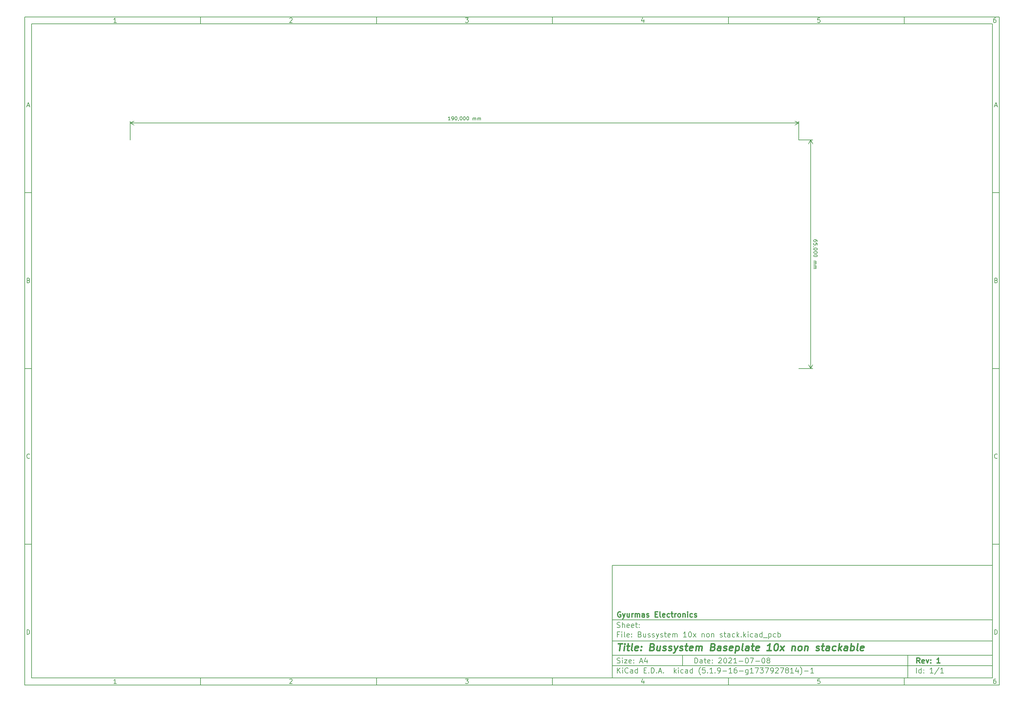
<source format=gbr>
%TF.GenerationSoftware,KiCad,Pcbnew,(5.1.9-16-g1737927814)-1*%
%TF.CreationDate,2021-07-08T12:57:19+02:00*%
%TF.ProjectId,Bussystem 10x non stack,42757373-7973-4746-956d-20313078206e,1*%
%TF.SameCoordinates,Original*%
%TF.FileFunction,OtherDrawing,Comment*%
%FSLAX46Y46*%
G04 Gerber Fmt 4.6, Leading zero omitted, Abs format (unit mm)*
G04 Created by KiCad (PCBNEW (5.1.9-16-g1737927814)-1) date 2021-07-08 12:57:19*
%MOMM*%
%LPD*%
G01*
G04 APERTURE LIST*
%ADD10C,0.100000*%
%ADD11C,0.150000*%
%ADD12C,0.300000*%
%ADD13C,0.400000*%
G04 APERTURE END LIST*
D10*
D11*
X177002200Y-166007200D02*
X177002200Y-198007200D01*
X285002200Y-198007200D01*
X285002200Y-166007200D01*
X177002200Y-166007200D01*
D10*
D11*
X10000000Y-10000000D02*
X10000000Y-200007200D01*
X287002200Y-200007200D01*
X287002200Y-10000000D01*
X10000000Y-10000000D01*
D10*
D11*
X12000000Y-12000000D02*
X12000000Y-198007200D01*
X285002200Y-198007200D01*
X285002200Y-12000000D01*
X12000000Y-12000000D01*
D10*
D11*
X60000000Y-12000000D02*
X60000000Y-10000000D01*
D10*
D11*
X110000000Y-12000000D02*
X110000000Y-10000000D01*
D10*
D11*
X160000000Y-12000000D02*
X160000000Y-10000000D01*
D10*
D11*
X210000000Y-12000000D02*
X210000000Y-10000000D01*
D10*
D11*
X260000000Y-12000000D02*
X260000000Y-10000000D01*
D10*
D11*
X36065476Y-11588095D02*
X35322619Y-11588095D01*
X35694047Y-11588095D02*
X35694047Y-10288095D01*
X35570238Y-10473809D01*
X35446428Y-10597619D01*
X35322619Y-10659523D01*
D10*
D11*
X85322619Y-10411904D02*
X85384523Y-10350000D01*
X85508333Y-10288095D01*
X85817857Y-10288095D01*
X85941666Y-10350000D01*
X86003571Y-10411904D01*
X86065476Y-10535714D01*
X86065476Y-10659523D01*
X86003571Y-10845238D01*
X85260714Y-11588095D01*
X86065476Y-11588095D01*
D10*
D11*
X135260714Y-10288095D02*
X136065476Y-10288095D01*
X135632142Y-10783333D01*
X135817857Y-10783333D01*
X135941666Y-10845238D01*
X136003571Y-10907142D01*
X136065476Y-11030952D01*
X136065476Y-11340476D01*
X136003571Y-11464285D01*
X135941666Y-11526190D01*
X135817857Y-11588095D01*
X135446428Y-11588095D01*
X135322619Y-11526190D01*
X135260714Y-11464285D01*
D10*
D11*
X185941666Y-10721428D02*
X185941666Y-11588095D01*
X185632142Y-10226190D02*
X185322619Y-11154761D01*
X186127380Y-11154761D01*
D10*
D11*
X236003571Y-10288095D02*
X235384523Y-10288095D01*
X235322619Y-10907142D01*
X235384523Y-10845238D01*
X235508333Y-10783333D01*
X235817857Y-10783333D01*
X235941666Y-10845238D01*
X236003571Y-10907142D01*
X236065476Y-11030952D01*
X236065476Y-11340476D01*
X236003571Y-11464285D01*
X235941666Y-11526190D01*
X235817857Y-11588095D01*
X235508333Y-11588095D01*
X235384523Y-11526190D01*
X235322619Y-11464285D01*
D10*
D11*
X285941666Y-10288095D02*
X285694047Y-10288095D01*
X285570238Y-10350000D01*
X285508333Y-10411904D01*
X285384523Y-10597619D01*
X285322619Y-10845238D01*
X285322619Y-11340476D01*
X285384523Y-11464285D01*
X285446428Y-11526190D01*
X285570238Y-11588095D01*
X285817857Y-11588095D01*
X285941666Y-11526190D01*
X286003571Y-11464285D01*
X286065476Y-11340476D01*
X286065476Y-11030952D01*
X286003571Y-10907142D01*
X285941666Y-10845238D01*
X285817857Y-10783333D01*
X285570238Y-10783333D01*
X285446428Y-10845238D01*
X285384523Y-10907142D01*
X285322619Y-11030952D01*
D10*
D11*
X60000000Y-198007200D02*
X60000000Y-200007200D01*
D10*
D11*
X110000000Y-198007200D02*
X110000000Y-200007200D01*
D10*
D11*
X160000000Y-198007200D02*
X160000000Y-200007200D01*
D10*
D11*
X210000000Y-198007200D02*
X210000000Y-200007200D01*
D10*
D11*
X260000000Y-198007200D02*
X260000000Y-200007200D01*
D10*
D11*
X36065476Y-199595295D02*
X35322619Y-199595295D01*
X35694047Y-199595295D02*
X35694047Y-198295295D01*
X35570238Y-198481009D01*
X35446428Y-198604819D01*
X35322619Y-198666723D01*
D10*
D11*
X85322619Y-198419104D02*
X85384523Y-198357200D01*
X85508333Y-198295295D01*
X85817857Y-198295295D01*
X85941666Y-198357200D01*
X86003571Y-198419104D01*
X86065476Y-198542914D01*
X86065476Y-198666723D01*
X86003571Y-198852438D01*
X85260714Y-199595295D01*
X86065476Y-199595295D01*
D10*
D11*
X135260714Y-198295295D02*
X136065476Y-198295295D01*
X135632142Y-198790533D01*
X135817857Y-198790533D01*
X135941666Y-198852438D01*
X136003571Y-198914342D01*
X136065476Y-199038152D01*
X136065476Y-199347676D01*
X136003571Y-199471485D01*
X135941666Y-199533390D01*
X135817857Y-199595295D01*
X135446428Y-199595295D01*
X135322619Y-199533390D01*
X135260714Y-199471485D01*
D10*
D11*
X185941666Y-198728628D02*
X185941666Y-199595295D01*
X185632142Y-198233390D02*
X185322619Y-199161961D01*
X186127380Y-199161961D01*
D10*
D11*
X236003571Y-198295295D02*
X235384523Y-198295295D01*
X235322619Y-198914342D01*
X235384523Y-198852438D01*
X235508333Y-198790533D01*
X235817857Y-198790533D01*
X235941666Y-198852438D01*
X236003571Y-198914342D01*
X236065476Y-199038152D01*
X236065476Y-199347676D01*
X236003571Y-199471485D01*
X235941666Y-199533390D01*
X235817857Y-199595295D01*
X235508333Y-199595295D01*
X235384523Y-199533390D01*
X235322619Y-199471485D01*
D10*
D11*
X285941666Y-198295295D02*
X285694047Y-198295295D01*
X285570238Y-198357200D01*
X285508333Y-198419104D01*
X285384523Y-198604819D01*
X285322619Y-198852438D01*
X285322619Y-199347676D01*
X285384523Y-199471485D01*
X285446428Y-199533390D01*
X285570238Y-199595295D01*
X285817857Y-199595295D01*
X285941666Y-199533390D01*
X286003571Y-199471485D01*
X286065476Y-199347676D01*
X286065476Y-199038152D01*
X286003571Y-198914342D01*
X285941666Y-198852438D01*
X285817857Y-198790533D01*
X285570238Y-198790533D01*
X285446428Y-198852438D01*
X285384523Y-198914342D01*
X285322619Y-199038152D01*
D10*
D11*
X10000000Y-60000000D02*
X12000000Y-60000000D01*
D10*
D11*
X10000000Y-110000000D02*
X12000000Y-110000000D01*
D10*
D11*
X10000000Y-160000000D02*
X12000000Y-160000000D01*
D10*
D11*
X10690476Y-35216666D02*
X11309523Y-35216666D01*
X10566666Y-35588095D02*
X11000000Y-34288095D01*
X11433333Y-35588095D01*
D10*
D11*
X11092857Y-84907142D02*
X11278571Y-84969047D01*
X11340476Y-85030952D01*
X11402380Y-85154761D01*
X11402380Y-85340476D01*
X11340476Y-85464285D01*
X11278571Y-85526190D01*
X11154761Y-85588095D01*
X10659523Y-85588095D01*
X10659523Y-84288095D01*
X11092857Y-84288095D01*
X11216666Y-84350000D01*
X11278571Y-84411904D01*
X11340476Y-84535714D01*
X11340476Y-84659523D01*
X11278571Y-84783333D01*
X11216666Y-84845238D01*
X11092857Y-84907142D01*
X10659523Y-84907142D01*
D10*
D11*
X11402380Y-135464285D02*
X11340476Y-135526190D01*
X11154761Y-135588095D01*
X11030952Y-135588095D01*
X10845238Y-135526190D01*
X10721428Y-135402380D01*
X10659523Y-135278571D01*
X10597619Y-135030952D01*
X10597619Y-134845238D01*
X10659523Y-134597619D01*
X10721428Y-134473809D01*
X10845238Y-134350000D01*
X11030952Y-134288095D01*
X11154761Y-134288095D01*
X11340476Y-134350000D01*
X11402380Y-134411904D01*
D10*
D11*
X10659523Y-185588095D02*
X10659523Y-184288095D01*
X10969047Y-184288095D01*
X11154761Y-184350000D01*
X11278571Y-184473809D01*
X11340476Y-184597619D01*
X11402380Y-184845238D01*
X11402380Y-185030952D01*
X11340476Y-185278571D01*
X11278571Y-185402380D01*
X11154761Y-185526190D01*
X10969047Y-185588095D01*
X10659523Y-185588095D01*
D10*
D11*
X287002200Y-60000000D02*
X285002200Y-60000000D01*
D10*
D11*
X287002200Y-110000000D02*
X285002200Y-110000000D01*
D10*
D11*
X287002200Y-160000000D02*
X285002200Y-160000000D01*
D10*
D11*
X285692676Y-35216666D02*
X286311723Y-35216666D01*
X285568866Y-35588095D02*
X286002200Y-34288095D01*
X286435533Y-35588095D01*
D10*
D11*
X286095057Y-84907142D02*
X286280771Y-84969047D01*
X286342676Y-85030952D01*
X286404580Y-85154761D01*
X286404580Y-85340476D01*
X286342676Y-85464285D01*
X286280771Y-85526190D01*
X286156961Y-85588095D01*
X285661723Y-85588095D01*
X285661723Y-84288095D01*
X286095057Y-84288095D01*
X286218866Y-84350000D01*
X286280771Y-84411904D01*
X286342676Y-84535714D01*
X286342676Y-84659523D01*
X286280771Y-84783333D01*
X286218866Y-84845238D01*
X286095057Y-84907142D01*
X285661723Y-84907142D01*
D10*
D11*
X286404580Y-135464285D02*
X286342676Y-135526190D01*
X286156961Y-135588095D01*
X286033152Y-135588095D01*
X285847438Y-135526190D01*
X285723628Y-135402380D01*
X285661723Y-135278571D01*
X285599819Y-135030952D01*
X285599819Y-134845238D01*
X285661723Y-134597619D01*
X285723628Y-134473809D01*
X285847438Y-134350000D01*
X286033152Y-134288095D01*
X286156961Y-134288095D01*
X286342676Y-134350000D01*
X286404580Y-134411904D01*
D10*
D11*
X285661723Y-185588095D02*
X285661723Y-184288095D01*
X285971247Y-184288095D01*
X286156961Y-184350000D01*
X286280771Y-184473809D01*
X286342676Y-184597619D01*
X286404580Y-184845238D01*
X286404580Y-185030952D01*
X286342676Y-185278571D01*
X286280771Y-185402380D01*
X286156961Y-185526190D01*
X285971247Y-185588095D01*
X285661723Y-185588095D01*
D10*
D11*
X200434342Y-193785771D02*
X200434342Y-192285771D01*
X200791485Y-192285771D01*
X201005771Y-192357200D01*
X201148628Y-192500057D01*
X201220057Y-192642914D01*
X201291485Y-192928628D01*
X201291485Y-193142914D01*
X201220057Y-193428628D01*
X201148628Y-193571485D01*
X201005771Y-193714342D01*
X200791485Y-193785771D01*
X200434342Y-193785771D01*
X202577200Y-193785771D02*
X202577200Y-193000057D01*
X202505771Y-192857200D01*
X202362914Y-192785771D01*
X202077200Y-192785771D01*
X201934342Y-192857200D01*
X202577200Y-193714342D02*
X202434342Y-193785771D01*
X202077200Y-193785771D01*
X201934342Y-193714342D01*
X201862914Y-193571485D01*
X201862914Y-193428628D01*
X201934342Y-193285771D01*
X202077200Y-193214342D01*
X202434342Y-193214342D01*
X202577200Y-193142914D01*
X203077200Y-192785771D02*
X203648628Y-192785771D01*
X203291485Y-192285771D02*
X203291485Y-193571485D01*
X203362914Y-193714342D01*
X203505771Y-193785771D01*
X203648628Y-193785771D01*
X204720057Y-193714342D02*
X204577200Y-193785771D01*
X204291485Y-193785771D01*
X204148628Y-193714342D01*
X204077200Y-193571485D01*
X204077200Y-193000057D01*
X204148628Y-192857200D01*
X204291485Y-192785771D01*
X204577200Y-192785771D01*
X204720057Y-192857200D01*
X204791485Y-193000057D01*
X204791485Y-193142914D01*
X204077200Y-193285771D01*
X205434342Y-193642914D02*
X205505771Y-193714342D01*
X205434342Y-193785771D01*
X205362914Y-193714342D01*
X205434342Y-193642914D01*
X205434342Y-193785771D01*
X205434342Y-192857200D02*
X205505771Y-192928628D01*
X205434342Y-193000057D01*
X205362914Y-192928628D01*
X205434342Y-192857200D01*
X205434342Y-193000057D01*
X207220057Y-192428628D02*
X207291485Y-192357200D01*
X207434342Y-192285771D01*
X207791485Y-192285771D01*
X207934342Y-192357200D01*
X208005771Y-192428628D01*
X208077200Y-192571485D01*
X208077200Y-192714342D01*
X208005771Y-192928628D01*
X207148628Y-193785771D01*
X208077200Y-193785771D01*
X209005771Y-192285771D02*
X209148628Y-192285771D01*
X209291485Y-192357200D01*
X209362914Y-192428628D01*
X209434342Y-192571485D01*
X209505771Y-192857200D01*
X209505771Y-193214342D01*
X209434342Y-193500057D01*
X209362914Y-193642914D01*
X209291485Y-193714342D01*
X209148628Y-193785771D01*
X209005771Y-193785771D01*
X208862914Y-193714342D01*
X208791485Y-193642914D01*
X208720057Y-193500057D01*
X208648628Y-193214342D01*
X208648628Y-192857200D01*
X208720057Y-192571485D01*
X208791485Y-192428628D01*
X208862914Y-192357200D01*
X209005771Y-192285771D01*
X210077200Y-192428628D02*
X210148628Y-192357200D01*
X210291485Y-192285771D01*
X210648628Y-192285771D01*
X210791485Y-192357200D01*
X210862914Y-192428628D01*
X210934342Y-192571485D01*
X210934342Y-192714342D01*
X210862914Y-192928628D01*
X210005771Y-193785771D01*
X210934342Y-193785771D01*
X212362914Y-193785771D02*
X211505771Y-193785771D01*
X211934342Y-193785771D02*
X211934342Y-192285771D01*
X211791485Y-192500057D01*
X211648628Y-192642914D01*
X211505771Y-192714342D01*
X213005771Y-193214342D02*
X214148628Y-193214342D01*
X215148628Y-192285771D02*
X215291485Y-192285771D01*
X215434342Y-192357200D01*
X215505771Y-192428628D01*
X215577200Y-192571485D01*
X215648628Y-192857200D01*
X215648628Y-193214342D01*
X215577200Y-193500057D01*
X215505771Y-193642914D01*
X215434342Y-193714342D01*
X215291485Y-193785771D01*
X215148628Y-193785771D01*
X215005771Y-193714342D01*
X214934342Y-193642914D01*
X214862914Y-193500057D01*
X214791485Y-193214342D01*
X214791485Y-192857200D01*
X214862914Y-192571485D01*
X214934342Y-192428628D01*
X215005771Y-192357200D01*
X215148628Y-192285771D01*
X216148628Y-192285771D02*
X217148628Y-192285771D01*
X216505771Y-193785771D01*
X217720057Y-193214342D02*
X218862914Y-193214342D01*
X219862914Y-192285771D02*
X220005771Y-192285771D01*
X220148628Y-192357200D01*
X220220057Y-192428628D01*
X220291485Y-192571485D01*
X220362914Y-192857200D01*
X220362914Y-193214342D01*
X220291485Y-193500057D01*
X220220057Y-193642914D01*
X220148628Y-193714342D01*
X220005771Y-193785771D01*
X219862914Y-193785771D01*
X219720057Y-193714342D01*
X219648628Y-193642914D01*
X219577200Y-193500057D01*
X219505771Y-193214342D01*
X219505771Y-192857200D01*
X219577200Y-192571485D01*
X219648628Y-192428628D01*
X219720057Y-192357200D01*
X219862914Y-192285771D01*
X221220057Y-192928628D02*
X221077200Y-192857200D01*
X221005771Y-192785771D01*
X220934342Y-192642914D01*
X220934342Y-192571485D01*
X221005771Y-192428628D01*
X221077200Y-192357200D01*
X221220057Y-192285771D01*
X221505771Y-192285771D01*
X221648628Y-192357200D01*
X221720057Y-192428628D01*
X221791485Y-192571485D01*
X221791485Y-192642914D01*
X221720057Y-192785771D01*
X221648628Y-192857200D01*
X221505771Y-192928628D01*
X221220057Y-192928628D01*
X221077200Y-193000057D01*
X221005771Y-193071485D01*
X220934342Y-193214342D01*
X220934342Y-193500057D01*
X221005771Y-193642914D01*
X221077200Y-193714342D01*
X221220057Y-193785771D01*
X221505771Y-193785771D01*
X221648628Y-193714342D01*
X221720057Y-193642914D01*
X221791485Y-193500057D01*
X221791485Y-193214342D01*
X221720057Y-193071485D01*
X221648628Y-193000057D01*
X221505771Y-192928628D01*
D10*
D11*
X177002200Y-194507200D02*
X285002200Y-194507200D01*
D10*
D11*
X178434342Y-196585771D02*
X178434342Y-195085771D01*
X179291485Y-196585771D02*
X178648628Y-195728628D01*
X179291485Y-195085771D02*
X178434342Y-195942914D01*
X179934342Y-196585771D02*
X179934342Y-195585771D01*
X179934342Y-195085771D02*
X179862914Y-195157200D01*
X179934342Y-195228628D01*
X180005771Y-195157200D01*
X179934342Y-195085771D01*
X179934342Y-195228628D01*
X181505771Y-196442914D02*
X181434342Y-196514342D01*
X181220057Y-196585771D01*
X181077200Y-196585771D01*
X180862914Y-196514342D01*
X180720057Y-196371485D01*
X180648628Y-196228628D01*
X180577200Y-195942914D01*
X180577200Y-195728628D01*
X180648628Y-195442914D01*
X180720057Y-195300057D01*
X180862914Y-195157200D01*
X181077200Y-195085771D01*
X181220057Y-195085771D01*
X181434342Y-195157200D01*
X181505771Y-195228628D01*
X182791485Y-196585771D02*
X182791485Y-195800057D01*
X182720057Y-195657200D01*
X182577200Y-195585771D01*
X182291485Y-195585771D01*
X182148628Y-195657200D01*
X182791485Y-196514342D02*
X182648628Y-196585771D01*
X182291485Y-196585771D01*
X182148628Y-196514342D01*
X182077200Y-196371485D01*
X182077200Y-196228628D01*
X182148628Y-196085771D01*
X182291485Y-196014342D01*
X182648628Y-196014342D01*
X182791485Y-195942914D01*
X184148628Y-196585771D02*
X184148628Y-195085771D01*
X184148628Y-196514342D02*
X184005771Y-196585771D01*
X183720057Y-196585771D01*
X183577200Y-196514342D01*
X183505771Y-196442914D01*
X183434342Y-196300057D01*
X183434342Y-195871485D01*
X183505771Y-195728628D01*
X183577200Y-195657200D01*
X183720057Y-195585771D01*
X184005771Y-195585771D01*
X184148628Y-195657200D01*
X186005771Y-195800057D02*
X186505771Y-195800057D01*
X186720057Y-196585771D02*
X186005771Y-196585771D01*
X186005771Y-195085771D01*
X186720057Y-195085771D01*
X187362914Y-196442914D02*
X187434342Y-196514342D01*
X187362914Y-196585771D01*
X187291485Y-196514342D01*
X187362914Y-196442914D01*
X187362914Y-196585771D01*
X188077200Y-196585771D02*
X188077200Y-195085771D01*
X188434342Y-195085771D01*
X188648628Y-195157200D01*
X188791485Y-195300057D01*
X188862914Y-195442914D01*
X188934342Y-195728628D01*
X188934342Y-195942914D01*
X188862914Y-196228628D01*
X188791485Y-196371485D01*
X188648628Y-196514342D01*
X188434342Y-196585771D01*
X188077200Y-196585771D01*
X189577200Y-196442914D02*
X189648628Y-196514342D01*
X189577200Y-196585771D01*
X189505771Y-196514342D01*
X189577200Y-196442914D01*
X189577200Y-196585771D01*
X190220057Y-196157200D02*
X190934342Y-196157200D01*
X190077200Y-196585771D02*
X190577200Y-195085771D01*
X191077200Y-196585771D01*
X191577200Y-196442914D02*
X191648628Y-196514342D01*
X191577200Y-196585771D01*
X191505771Y-196514342D01*
X191577200Y-196442914D01*
X191577200Y-196585771D01*
X194577200Y-196585771D02*
X194577200Y-195085771D01*
X194720057Y-196014342D02*
X195148628Y-196585771D01*
X195148628Y-195585771D02*
X194577200Y-196157200D01*
X195791485Y-196585771D02*
X195791485Y-195585771D01*
X195791485Y-195085771D02*
X195720057Y-195157200D01*
X195791485Y-195228628D01*
X195862914Y-195157200D01*
X195791485Y-195085771D01*
X195791485Y-195228628D01*
X197148628Y-196514342D02*
X197005771Y-196585771D01*
X196720057Y-196585771D01*
X196577200Y-196514342D01*
X196505771Y-196442914D01*
X196434342Y-196300057D01*
X196434342Y-195871485D01*
X196505771Y-195728628D01*
X196577200Y-195657200D01*
X196720057Y-195585771D01*
X197005771Y-195585771D01*
X197148628Y-195657200D01*
X198434342Y-196585771D02*
X198434342Y-195800057D01*
X198362914Y-195657200D01*
X198220057Y-195585771D01*
X197934342Y-195585771D01*
X197791485Y-195657200D01*
X198434342Y-196514342D02*
X198291485Y-196585771D01*
X197934342Y-196585771D01*
X197791485Y-196514342D01*
X197720057Y-196371485D01*
X197720057Y-196228628D01*
X197791485Y-196085771D01*
X197934342Y-196014342D01*
X198291485Y-196014342D01*
X198434342Y-195942914D01*
X199791485Y-196585771D02*
X199791485Y-195085771D01*
X199791485Y-196514342D02*
X199648628Y-196585771D01*
X199362914Y-196585771D01*
X199220057Y-196514342D01*
X199148628Y-196442914D01*
X199077200Y-196300057D01*
X199077200Y-195871485D01*
X199148628Y-195728628D01*
X199220057Y-195657200D01*
X199362914Y-195585771D01*
X199648628Y-195585771D01*
X199791485Y-195657200D01*
X202077200Y-197157200D02*
X202005771Y-197085771D01*
X201862914Y-196871485D01*
X201791485Y-196728628D01*
X201720057Y-196514342D01*
X201648628Y-196157200D01*
X201648628Y-195871485D01*
X201720057Y-195514342D01*
X201791485Y-195300057D01*
X201862914Y-195157200D01*
X202005771Y-194942914D01*
X202077200Y-194871485D01*
X203362914Y-195085771D02*
X202648628Y-195085771D01*
X202577200Y-195800057D01*
X202648628Y-195728628D01*
X202791485Y-195657200D01*
X203148628Y-195657200D01*
X203291485Y-195728628D01*
X203362914Y-195800057D01*
X203434342Y-195942914D01*
X203434342Y-196300057D01*
X203362914Y-196442914D01*
X203291485Y-196514342D01*
X203148628Y-196585771D01*
X202791485Y-196585771D01*
X202648628Y-196514342D01*
X202577200Y-196442914D01*
X204077200Y-196442914D02*
X204148628Y-196514342D01*
X204077200Y-196585771D01*
X204005771Y-196514342D01*
X204077200Y-196442914D01*
X204077200Y-196585771D01*
X205577200Y-196585771D02*
X204720057Y-196585771D01*
X205148628Y-196585771D02*
X205148628Y-195085771D01*
X205005771Y-195300057D01*
X204862914Y-195442914D01*
X204720057Y-195514342D01*
X206220057Y-196442914D02*
X206291485Y-196514342D01*
X206220057Y-196585771D01*
X206148628Y-196514342D01*
X206220057Y-196442914D01*
X206220057Y-196585771D01*
X207005771Y-196585771D02*
X207291485Y-196585771D01*
X207434342Y-196514342D01*
X207505771Y-196442914D01*
X207648628Y-196228628D01*
X207720057Y-195942914D01*
X207720057Y-195371485D01*
X207648628Y-195228628D01*
X207577200Y-195157200D01*
X207434342Y-195085771D01*
X207148628Y-195085771D01*
X207005771Y-195157200D01*
X206934342Y-195228628D01*
X206862914Y-195371485D01*
X206862914Y-195728628D01*
X206934342Y-195871485D01*
X207005771Y-195942914D01*
X207148628Y-196014342D01*
X207434342Y-196014342D01*
X207577200Y-195942914D01*
X207648628Y-195871485D01*
X207720057Y-195728628D01*
X208362914Y-196014342D02*
X209505771Y-196014342D01*
X211005771Y-196585771D02*
X210148628Y-196585771D01*
X210577200Y-196585771D02*
X210577200Y-195085771D01*
X210434342Y-195300057D01*
X210291485Y-195442914D01*
X210148628Y-195514342D01*
X212291485Y-195085771D02*
X212005771Y-195085771D01*
X211862914Y-195157200D01*
X211791485Y-195228628D01*
X211648628Y-195442914D01*
X211577200Y-195728628D01*
X211577200Y-196300057D01*
X211648628Y-196442914D01*
X211720057Y-196514342D01*
X211862914Y-196585771D01*
X212148628Y-196585771D01*
X212291485Y-196514342D01*
X212362914Y-196442914D01*
X212434342Y-196300057D01*
X212434342Y-195942914D01*
X212362914Y-195800057D01*
X212291485Y-195728628D01*
X212148628Y-195657200D01*
X211862914Y-195657200D01*
X211720057Y-195728628D01*
X211648628Y-195800057D01*
X211577200Y-195942914D01*
X213077200Y-196014342D02*
X214220057Y-196014342D01*
X215577200Y-195585771D02*
X215577200Y-196800057D01*
X215505771Y-196942914D01*
X215434342Y-197014342D01*
X215291485Y-197085771D01*
X215077200Y-197085771D01*
X214934342Y-197014342D01*
X215577200Y-196514342D02*
X215434342Y-196585771D01*
X215148628Y-196585771D01*
X215005771Y-196514342D01*
X214934342Y-196442914D01*
X214862914Y-196300057D01*
X214862914Y-195871485D01*
X214934342Y-195728628D01*
X215005771Y-195657200D01*
X215148628Y-195585771D01*
X215434342Y-195585771D01*
X215577200Y-195657200D01*
X217077200Y-196585771D02*
X216220057Y-196585771D01*
X216648628Y-196585771D02*
X216648628Y-195085771D01*
X216505771Y-195300057D01*
X216362914Y-195442914D01*
X216220057Y-195514342D01*
X217577200Y-195085771D02*
X218577200Y-195085771D01*
X217934342Y-196585771D01*
X219005771Y-195085771D02*
X219934342Y-195085771D01*
X219434342Y-195657200D01*
X219648628Y-195657200D01*
X219791485Y-195728628D01*
X219862914Y-195800057D01*
X219934342Y-195942914D01*
X219934342Y-196300057D01*
X219862914Y-196442914D01*
X219791485Y-196514342D01*
X219648628Y-196585771D01*
X219220057Y-196585771D01*
X219077200Y-196514342D01*
X219005771Y-196442914D01*
X220434342Y-195085771D02*
X221434342Y-195085771D01*
X220791485Y-196585771D01*
X222077200Y-196585771D02*
X222362914Y-196585771D01*
X222505771Y-196514342D01*
X222577200Y-196442914D01*
X222720057Y-196228628D01*
X222791485Y-195942914D01*
X222791485Y-195371485D01*
X222720057Y-195228628D01*
X222648628Y-195157200D01*
X222505771Y-195085771D01*
X222220057Y-195085771D01*
X222077200Y-195157200D01*
X222005771Y-195228628D01*
X221934342Y-195371485D01*
X221934342Y-195728628D01*
X222005771Y-195871485D01*
X222077200Y-195942914D01*
X222220057Y-196014342D01*
X222505771Y-196014342D01*
X222648628Y-195942914D01*
X222720057Y-195871485D01*
X222791485Y-195728628D01*
X223362914Y-195228628D02*
X223434342Y-195157200D01*
X223577200Y-195085771D01*
X223934342Y-195085771D01*
X224077200Y-195157200D01*
X224148628Y-195228628D01*
X224220057Y-195371485D01*
X224220057Y-195514342D01*
X224148628Y-195728628D01*
X223291485Y-196585771D01*
X224220057Y-196585771D01*
X224720057Y-195085771D02*
X225720057Y-195085771D01*
X225077200Y-196585771D01*
X226505771Y-195728628D02*
X226362914Y-195657200D01*
X226291485Y-195585771D01*
X226220057Y-195442914D01*
X226220057Y-195371485D01*
X226291485Y-195228628D01*
X226362914Y-195157200D01*
X226505771Y-195085771D01*
X226791485Y-195085771D01*
X226934342Y-195157200D01*
X227005771Y-195228628D01*
X227077199Y-195371485D01*
X227077199Y-195442914D01*
X227005771Y-195585771D01*
X226934342Y-195657200D01*
X226791485Y-195728628D01*
X226505771Y-195728628D01*
X226362914Y-195800057D01*
X226291485Y-195871485D01*
X226220057Y-196014342D01*
X226220057Y-196300057D01*
X226291485Y-196442914D01*
X226362914Y-196514342D01*
X226505771Y-196585771D01*
X226791485Y-196585771D01*
X226934342Y-196514342D01*
X227005771Y-196442914D01*
X227077199Y-196300057D01*
X227077199Y-196014342D01*
X227005771Y-195871485D01*
X226934342Y-195800057D01*
X226791485Y-195728628D01*
X228505771Y-196585771D02*
X227648628Y-196585771D01*
X228077199Y-196585771D02*
X228077199Y-195085771D01*
X227934342Y-195300057D01*
X227791485Y-195442914D01*
X227648628Y-195514342D01*
X229791485Y-195585771D02*
X229791485Y-196585771D01*
X229434342Y-195014342D02*
X229077199Y-196085771D01*
X230005771Y-196085771D01*
X230434342Y-197157200D02*
X230505771Y-197085771D01*
X230648628Y-196871485D01*
X230720057Y-196728628D01*
X230791485Y-196514342D01*
X230862914Y-196157200D01*
X230862914Y-195871485D01*
X230791485Y-195514342D01*
X230720057Y-195300057D01*
X230648628Y-195157200D01*
X230505771Y-194942914D01*
X230434342Y-194871485D01*
X231577199Y-196014342D02*
X232720057Y-196014342D01*
X234220057Y-196585771D02*
X233362914Y-196585771D01*
X233791485Y-196585771D02*
X233791485Y-195085771D01*
X233648628Y-195300057D01*
X233505771Y-195442914D01*
X233362914Y-195514342D01*
D10*
D11*
X177002200Y-191507200D02*
X285002200Y-191507200D01*
D10*
D12*
X264411485Y-193785771D02*
X263911485Y-193071485D01*
X263554342Y-193785771D02*
X263554342Y-192285771D01*
X264125771Y-192285771D01*
X264268628Y-192357200D01*
X264340057Y-192428628D01*
X264411485Y-192571485D01*
X264411485Y-192785771D01*
X264340057Y-192928628D01*
X264268628Y-193000057D01*
X264125771Y-193071485D01*
X263554342Y-193071485D01*
X265625771Y-193714342D02*
X265482914Y-193785771D01*
X265197200Y-193785771D01*
X265054342Y-193714342D01*
X264982914Y-193571485D01*
X264982914Y-193000057D01*
X265054342Y-192857200D01*
X265197200Y-192785771D01*
X265482914Y-192785771D01*
X265625771Y-192857200D01*
X265697200Y-193000057D01*
X265697200Y-193142914D01*
X264982914Y-193285771D01*
X266197200Y-192785771D02*
X266554342Y-193785771D01*
X266911485Y-192785771D01*
X267482914Y-193642914D02*
X267554342Y-193714342D01*
X267482914Y-193785771D01*
X267411485Y-193714342D01*
X267482914Y-193642914D01*
X267482914Y-193785771D01*
X267482914Y-192857200D02*
X267554342Y-192928628D01*
X267482914Y-193000057D01*
X267411485Y-192928628D01*
X267482914Y-192857200D01*
X267482914Y-193000057D01*
X270125771Y-193785771D02*
X269268628Y-193785771D01*
X269697200Y-193785771D02*
X269697200Y-192285771D01*
X269554342Y-192500057D01*
X269411485Y-192642914D01*
X269268628Y-192714342D01*
D10*
D11*
X178362914Y-193714342D02*
X178577200Y-193785771D01*
X178934342Y-193785771D01*
X179077200Y-193714342D01*
X179148628Y-193642914D01*
X179220057Y-193500057D01*
X179220057Y-193357200D01*
X179148628Y-193214342D01*
X179077200Y-193142914D01*
X178934342Y-193071485D01*
X178648628Y-193000057D01*
X178505771Y-192928628D01*
X178434342Y-192857200D01*
X178362914Y-192714342D01*
X178362914Y-192571485D01*
X178434342Y-192428628D01*
X178505771Y-192357200D01*
X178648628Y-192285771D01*
X179005771Y-192285771D01*
X179220057Y-192357200D01*
X179862914Y-193785771D02*
X179862914Y-192785771D01*
X179862914Y-192285771D02*
X179791485Y-192357200D01*
X179862914Y-192428628D01*
X179934342Y-192357200D01*
X179862914Y-192285771D01*
X179862914Y-192428628D01*
X180434342Y-192785771D02*
X181220057Y-192785771D01*
X180434342Y-193785771D01*
X181220057Y-193785771D01*
X182362914Y-193714342D02*
X182220057Y-193785771D01*
X181934342Y-193785771D01*
X181791485Y-193714342D01*
X181720057Y-193571485D01*
X181720057Y-193000057D01*
X181791485Y-192857200D01*
X181934342Y-192785771D01*
X182220057Y-192785771D01*
X182362914Y-192857200D01*
X182434342Y-193000057D01*
X182434342Y-193142914D01*
X181720057Y-193285771D01*
X183077200Y-193642914D02*
X183148628Y-193714342D01*
X183077200Y-193785771D01*
X183005771Y-193714342D01*
X183077200Y-193642914D01*
X183077200Y-193785771D01*
X183077200Y-192857200D02*
X183148628Y-192928628D01*
X183077200Y-193000057D01*
X183005771Y-192928628D01*
X183077200Y-192857200D01*
X183077200Y-193000057D01*
X184862914Y-193357200D02*
X185577200Y-193357200D01*
X184720057Y-193785771D02*
X185220057Y-192285771D01*
X185720057Y-193785771D01*
X186862914Y-192785771D02*
X186862914Y-193785771D01*
X186505771Y-192214342D02*
X186148628Y-193285771D01*
X187077200Y-193285771D01*
D10*
D11*
X263434342Y-196585771D02*
X263434342Y-195085771D01*
X264791485Y-196585771D02*
X264791485Y-195085771D01*
X264791485Y-196514342D02*
X264648628Y-196585771D01*
X264362914Y-196585771D01*
X264220057Y-196514342D01*
X264148628Y-196442914D01*
X264077200Y-196300057D01*
X264077200Y-195871485D01*
X264148628Y-195728628D01*
X264220057Y-195657200D01*
X264362914Y-195585771D01*
X264648628Y-195585771D01*
X264791485Y-195657200D01*
X265505771Y-196442914D02*
X265577200Y-196514342D01*
X265505771Y-196585771D01*
X265434342Y-196514342D01*
X265505771Y-196442914D01*
X265505771Y-196585771D01*
X265505771Y-195657200D02*
X265577200Y-195728628D01*
X265505771Y-195800057D01*
X265434342Y-195728628D01*
X265505771Y-195657200D01*
X265505771Y-195800057D01*
X268148628Y-196585771D02*
X267291485Y-196585771D01*
X267720057Y-196585771D02*
X267720057Y-195085771D01*
X267577200Y-195300057D01*
X267434342Y-195442914D01*
X267291485Y-195514342D01*
X269862914Y-195014342D02*
X268577200Y-196942914D01*
X271148628Y-196585771D02*
X270291485Y-196585771D01*
X270720057Y-196585771D02*
X270720057Y-195085771D01*
X270577200Y-195300057D01*
X270434342Y-195442914D01*
X270291485Y-195514342D01*
D10*
D11*
X177002200Y-187507200D02*
X285002200Y-187507200D01*
D10*
D13*
X178714580Y-188211961D02*
X179857438Y-188211961D01*
X179036009Y-190211961D02*
X179286009Y-188211961D01*
X180274104Y-190211961D02*
X180440771Y-188878628D01*
X180524104Y-188211961D02*
X180416961Y-188307200D01*
X180500295Y-188402438D01*
X180607438Y-188307200D01*
X180524104Y-188211961D01*
X180500295Y-188402438D01*
X181107438Y-188878628D02*
X181869342Y-188878628D01*
X181476485Y-188211961D02*
X181262200Y-189926247D01*
X181333628Y-190116723D01*
X181512200Y-190211961D01*
X181702676Y-190211961D01*
X182655057Y-190211961D02*
X182476485Y-190116723D01*
X182405057Y-189926247D01*
X182619342Y-188211961D01*
X184190771Y-190116723D02*
X183988390Y-190211961D01*
X183607438Y-190211961D01*
X183428866Y-190116723D01*
X183357438Y-189926247D01*
X183452676Y-189164342D01*
X183571723Y-188973866D01*
X183774104Y-188878628D01*
X184155057Y-188878628D01*
X184333628Y-188973866D01*
X184405057Y-189164342D01*
X184381247Y-189354819D01*
X183405057Y-189545295D01*
X185155057Y-190021485D02*
X185238390Y-190116723D01*
X185131247Y-190211961D01*
X185047914Y-190116723D01*
X185155057Y-190021485D01*
X185131247Y-190211961D01*
X185286009Y-188973866D02*
X185369342Y-189069104D01*
X185262200Y-189164342D01*
X185178866Y-189069104D01*
X185286009Y-188973866D01*
X185262200Y-189164342D01*
X188405057Y-189164342D02*
X188678866Y-189259580D01*
X188762200Y-189354819D01*
X188833628Y-189545295D01*
X188797914Y-189831009D01*
X188678866Y-190021485D01*
X188571723Y-190116723D01*
X188369342Y-190211961D01*
X187607438Y-190211961D01*
X187857438Y-188211961D01*
X188524104Y-188211961D01*
X188702676Y-188307200D01*
X188786009Y-188402438D01*
X188857438Y-188592914D01*
X188833628Y-188783390D01*
X188714580Y-188973866D01*
X188607438Y-189069104D01*
X188405057Y-189164342D01*
X187738390Y-189164342D01*
X190631247Y-188878628D02*
X190464580Y-190211961D01*
X189774104Y-188878628D02*
X189643152Y-189926247D01*
X189714580Y-190116723D01*
X189893152Y-190211961D01*
X190178866Y-190211961D01*
X190381247Y-190116723D01*
X190488390Y-190021485D01*
X191333628Y-190116723D02*
X191512200Y-190211961D01*
X191893152Y-190211961D01*
X192095533Y-190116723D01*
X192214580Y-189926247D01*
X192226485Y-189831009D01*
X192155057Y-189640533D01*
X191976485Y-189545295D01*
X191690771Y-189545295D01*
X191512200Y-189450057D01*
X191440771Y-189259580D01*
X191452676Y-189164342D01*
X191571723Y-188973866D01*
X191774104Y-188878628D01*
X192059819Y-188878628D01*
X192238390Y-188973866D01*
X192952676Y-190116723D02*
X193131247Y-190211961D01*
X193512200Y-190211961D01*
X193714580Y-190116723D01*
X193833628Y-189926247D01*
X193845533Y-189831009D01*
X193774104Y-189640533D01*
X193595533Y-189545295D01*
X193309819Y-189545295D01*
X193131247Y-189450057D01*
X193059819Y-189259580D01*
X193071723Y-189164342D01*
X193190771Y-188973866D01*
X193393152Y-188878628D01*
X193678866Y-188878628D01*
X193857438Y-188973866D01*
X194631247Y-188878628D02*
X194940771Y-190211961D01*
X195583628Y-188878628D02*
X194940771Y-190211961D01*
X194690771Y-190688152D01*
X194583628Y-190783390D01*
X194381247Y-190878628D01*
X196095533Y-190116723D02*
X196274104Y-190211961D01*
X196655057Y-190211961D01*
X196857438Y-190116723D01*
X196976485Y-189926247D01*
X196988390Y-189831009D01*
X196916961Y-189640533D01*
X196738390Y-189545295D01*
X196452676Y-189545295D01*
X196274104Y-189450057D01*
X196202676Y-189259580D01*
X196214580Y-189164342D01*
X196333628Y-188973866D01*
X196536009Y-188878628D01*
X196821723Y-188878628D01*
X197000295Y-188973866D01*
X197678866Y-188878628D02*
X198440771Y-188878628D01*
X198047914Y-188211961D02*
X197833628Y-189926247D01*
X197905057Y-190116723D01*
X198083628Y-190211961D01*
X198274104Y-190211961D01*
X199714580Y-190116723D02*
X199512200Y-190211961D01*
X199131247Y-190211961D01*
X198952676Y-190116723D01*
X198881247Y-189926247D01*
X198976485Y-189164342D01*
X199095533Y-188973866D01*
X199297914Y-188878628D01*
X199678866Y-188878628D01*
X199857438Y-188973866D01*
X199928866Y-189164342D01*
X199905057Y-189354819D01*
X198928866Y-189545295D01*
X200655057Y-190211961D02*
X200821723Y-188878628D01*
X200797914Y-189069104D02*
X200905057Y-188973866D01*
X201107438Y-188878628D01*
X201393152Y-188878628D01*
X201571723Y-188973866D01*
X201643152Y-189164342D01*
X201512200Y-190211961D01*
X201643152Y-189164342D02*
X201762200Y-188973866D01*
X201964580Y-188878628D01*
X202250295Y-188878628D01*
X202428866Y-188973866D01*
X202500295Y-189164342D01*
X202369342Y-190211961D01*
X205643152Y-189164342D02*
X205916961Y-189259580D01*
X206000295Y-189354819D01*
X206071723Y-189545295D01*
X206036009Y-189831009D01*
X205916961Y-190021485D01*
X205809819Y-190116723D01*
X205607438Y-190211961D01*
X204845533Y-190211961D01*
X205095533Y-188211961D01*
X205762200Y-188211961D01*
X205940771Y-188307200D01*
X206024104Y-188402438D01*
X206095533Y-188592914D01*
X206071723Y-188783390D01*
X205952676Y-188973866D01*
X205845533Y-189069104D01*
X205643152Y-189164342D01*
X204976485Y-189164342D01*
X207702676Y-190211961D02*
X207833628Y-189164342D01*
X207762200Y-188973866D01*
X207583628Y-188878628D01*
X207202676Y-188878628D01*
X207000295Y-188973866D01*
X207714580Y-190116723D02*
X207512200Y-190211961D01*
X207036009Y-190211961D01*
X206857438Y-190116723D01*
X206786009Y-189926247D01*
X206809819Y-189735771D01*
X206928866Y-189545295D01*
X207131247Y-189450057D01*
X207607438Y-189450057D01*
X207809819Y-189354819D01*
X208571723Y-190116723D02*
X208750295Y-190211961D01*
X209131247Y-190211961D01*
X209333628Y-190116723D01*
X209452676Y-189926247D01*
X209464580Y-189831009D01*
X209393152Y-189640533D01*
X209214580Y-189545295D01*
X208928866Y-189545295D01*
X208750295Y-189450057D01*
X208678866Y-189259580D01*
X208690771Y-189164342D01*
X208809819Y-188973866D01*
X209012200Y-188878628D01*
X209297914Y-188878628D01*
X209476485Y-188973866D01*
X211047914Y-190116723D02*
X210845533Y-190211961D01*
X210464580Y-190211961D01*
X210286009Y-190116723D01*
X210214580Y-189926247D01*
X210309819Y-189164342D01*
X210428866Y-188973866D01*
X210631247Y-188878628D01*
X211012200Y-188878628D01*
X211190771Y-188973866D01*
X211262200Y-189164342D01*
X211238390Y-189354819D01*
X210262200Y-189545295D01*
X212155057Y-188878628D02*
X211905057Y-190878628D01*
X212143152Y-188973866D02*
X212345533Y-188878628D01*
X212726485Y-188878628D01*
X212905057Y-188973866D01*
X212988390Y-189069104D01*
X213059819Y-189259580D01*
X212988390Y-189831009D01*
X212869342Y-190021485D01*
X212762200Y-190116723D01*
X212559819Y-190211961D01*
X212178866Y-190211961D01*
X212000295Y-190116723D01*
X214083628Y-190211961D02*
X213905057Y-190116723D01*
X213833628Y-189926247D01*
X214047914Y-188211961D01*
X215702676Y-190211961D02*
X215833628Y-189164342D01*
X215762200Y-188973866D01*
X215583628Y-188878628D01*
X215202676Y-188878628D01*
X215000295Y-188973866D01*
X215714580Y-190116723D02*
X215512200Y-190211961D01*
X215036009Y-190211961D01*
X214857438Y-190116723D01*
X214786009Y-189926247D01*
X214809819Y-189735771D01*
X214928866Y-189545295D01*
X215131247Y-189450057D01*
X215607438Y-189450057D01*
X215809819Y-189354819D01*
X216536009Y-188878628D02*
X217297914Y-188878628D01*
X216905057Y-188211961D02*
X216690771Y-189926247D01*
X216762200Y-190116723D01*
X216940771Y-190211961D01*
X217131247Y-190211961D01*
X218571723Y-190116723D02*
X218369342Y-190211961D01*
X217988390Y-190211961D01*
X217809819Y-190116723D01*
X217738390Y-189926247D01*
X217833628Y-189164342D01*
X217952676Y-188973866D01*
X218155057Y-188878628D01*
X218536009Y-188878628D01*
X218714580Y-188973866D01*
X218786009Y-189164342D01*
X218762200Y-189354819D01*
X217786009Y-189545295D01*
X222083628Y-190211961D02*
X220940771Y-190211961D01*
X221512200Y-190211961D02*
X221762200Y-188211961D01*
X221536009Y-188497676D01*
X221321723Y-188688152D01*
X221119342Y-188783390D01*
X223571723Y-188211961D02*
X223762200Y-188211961D01*
X223940771Y-188307200D01*
X224024104Y-188402438D01*
X224095533Y-188592914D01*
X224143152Y-188973866D01*
X224083628Y-189450057D01*
X223940771Y-189831009D01*
X223821723Y-190021485D01*
X223714580Y-190116723D01*
X223512200Y-190211961D01*
X223321723Y-190211961D01*
X223143152Y-190116723D01*
X223059819Y-190021485D01*
X222988390Y-189831009D01*
X222940771Y-189450057D01*
X223000295Y-188973866D01*
X223143152Y-188592914D01*
X223262200Y-188402438D01*
X223369342Y-188307200D01*
X223571723Y-188211961D01*
X224655057Y-190211961D02*
X225869342Y-188878628D01*
X224821723Y-188878628D02*
X225702676Y-190211961D01*
X228155057Y-188878628D02*
X227988390Y-190211961D01*
X228131247Y-189069104D02*
X228238390Y-188973866D01*
X228440771Y-188878628D01*
X228726485Y-188878628D01*
X228905057Y-188973866D01*
X228976485Y-189164342D01*
X228845533Y-190211961D01*
X230083628Y-190211961D02*
X229905057Y-190116723D01*
X229821723Y-190021485D01*
X229750295Y-189831009D01*
X229821723Y-189259580D01*
X229940771Y-189069104D01*
X230047914Y-188973866D01*
X230250295Y-188878628D01*
X230536009Y-188878628D01*
X230714580Y-188973866D01*
X230797914Y-189069104D01*
X230869342Y-189259580D01*
X230797914Y-189831009D01*
X230678866Y-190021485D01*
X230571723Y-190116723D01*
X230369342Y-190211961D01*
X230083628Y-190211961D01*
X231774104Y-188878628D02*
X231607438Y-190211961D01*
X231750295Y-189069104D02*
X231857438Y-188973866D01*
X232059819Y-188878628D01*
X232345533Y-188878628D01*
X232524104Y-188973866D01*
X232595533Y-189164342D01*
X232464580Y-190211961D01*
X234857438Y-190116723D02*
X235036009Y-190211961D01*
X235416961Y-190211961D01*
X235619342Y-190116723D01*
X235738390Y-189926247D01*
X235750295Y-189831009D01*
X235678866Y-189640533D01*
X235500295Y-189545295D01*
X235214580Y-189545295D01*
X235036009Y-189450057D01*
X234964580Y-189259580D01*
X234976485Y-189164342D01*
X235095533Y-188973866D01*
X235297914Y-188878628D01*
X235583628Y-188878628D01*
X235762199Y-188973866D01*
X236440771Y-188878628D02*
X237202676Y-188878628D01*
X236809819Y-188211961D02*
X236595533Y-189926247D01*
X236666961Y-190116723D01*
X236845533Y-190211961D01*
X237036009Y-190211961D01*
X238559819Y-190211961D02*
X238690771Y-189164342D01*
X238619342Y-188973866D01*
X238440771Y-188878628D01*
X238059819Y-188878628D01*
X237857438Y-188973866D01*
X238571723Y-190116723D02*
X238369342Y-190211961D01*
X237893152Y-190211961D01*
X237714580Y-190116723D01*
X237643152Y-189926247D01*
X237666961Y-189735771D01*
X237786009Y-189545295D01*
X237988390Y-189450057D01*
X238464580Y-189450057D01*
X238666961Y-189354819D01*
X240381247Y-190116723D02*
X240178866Y-190211961D01*
X239797914Y-190211961D01*
X239619342Y-190116723D01*
X239536009Y-190021485D01*
X239464580Y-189831009D01*
X239536009Y-189259580D01*
X239655057Y-189069104D01*
X239762199Y-188973866D01*
X239964580Y-188878628D01*
X240345533Y-188878628D01*
X240524104Y-188973866D01*
X241226485Y-190211961D02*
X241476485Y-188211961D01*
X241512199Y-189450057D02*
X241988390Y-190211961D01*
X242155057Y-188878628D02*
X241297914Y-189640533D01*
X243702676Y-190211961D02*
X243833628Y-189164342D01*
X243762199Y-188973866D01*
X243583628Y-188878628D01*
X243202676Y-188878628D01*
X243000295Y-188973866D01*
X243714580Y-190116723D02*
X243512199Y-190211961D01*
X243036009Y-190211961D01*
X242857438Y-190116723D01*
X242786009Y-189926247D01*
X242809819Y-189735771D01*
X242928866Y-189545295D01*
X243131247Y-189450057D01*
X243607438Y-189450057D01*
X243809819Y-189354819D01*
X244655057Y-190211961D02*
X244905057Y-188211961D01*
X244809819Y-188973866D02*
X245012199Y-188878628D01*
X245393152Y-188878628D01*
X245571723Y-188973866D01*
X245655057Y-189069104D01*
X245726485Y-189259580D01*
X245655057Y-189831009D01*
X245536009Y-190021485D01*
X245428866Y-190116723D01*
X245226485Y-190211961D01*
X244845533Y-190211961D01*
X244666961Y-190116723D01*
X246750295Y-190211961D02*
X246571723Y-190116723D01*
X246500295Y-189926247D01*
X246714580Y-188211961D01*
X248286009Y-190116723D02*
X248083628Y-190211961D01*
X247702676Y-190211961D01*
X247524104Y-190116723D01*
X247452676Y-189926247D01*
X247547914Y-189164342D01*
X247666961Y-188973866D01*
X247869342Y-188878628D01*
X248250295Y-188878628D01*
X248428866Y-188973866D01*
X248500295Y-189164342D01*
X248476485Y-189354819D01*
X247500295Y-189545295D01*
D10*
D11*
X178934342Y-185600057D02*
X178434342Y-185600057D01*
X178434342Y-186385771D02*
X178434342Y-184885771D01*
X179148628Y-184885771D01*
X179720057Y-186385771D02*
X179720057Y-185385771D01*
X179720057Y-184885771D02*
X179648628Y-184957200D01*
X179720057Y-185028628D01*
X179791485Y-184957200D01*
X179720057Y-184885771D01*
X179720057Y-185028628D01*
X180648628Y-186385771D02*
X180505771Y-186314342D01*
X180434342Y-186171485D01*
X180434342Y-184885771D01*
X181791485Y-186314342D02*
X181648628Y-186385771D01*
X181362914Y-186385771D01*
X181220057Y-186314342D01*
X181148628Y-186171485D01*
X181148628Y-185600057D01*
X181220057Y-185457200D01*
X181362914Y-185385771D01*
X181648628Y-185385771D01*
X181791485Y-185457200D01*
X181862914Y-185600057D01*
X181862914Y-185742914D01*
X181148628Y-185885771D01*
X182505771Y-186242914D02*
X182577200Y-186314342D01*
X182505771Y-186385771D01*
X182434342Y-186314342D01*
X182505771Y-186242914D01*
X182505771Y-186385771D01*
X182505771Y-185457200D02*
X182577200Y-185528628D01*
X182505771Y-185600057D01*
X182434342Y-185528628D01*
X182505771Y-185457200D01*
X182505771Y-185600057D01*
X184862914Y-185600057D02*
X185077200Y-185671485D01*
X185148628Y-185742914D01*
X185220057Y-185885771D01*
X185220057Y-186100057D01*
X185148628Y-186242914D01*
X185077200Y-186314342D01*
X184934342Y-186385771D01*
X184362914Y-186385771D01*
X184362914Y-184885771D01*
X184862914Y-184885771D01*
X185005771Y-184957200D01*
X185077200Y-185028628D01*
X185148628Y-185171485D01*
X185148628Y-185314342D01*
X185077200Y-185457200D01*
X185005771Y-185528628D01*
X184862914Y-185600057D01*
X184362914Y-185600057D01*
X186505771Y-185385771D02*
X186505771Y-186385771D01*
X185862914Y-185385771D02*
X185862914Y-186171485D01*
X185934342Y-186314342D01*
X186077200Y-186385771D01*
X186291485Y-186385771D01*
X186434342Y-186314342D01*
X186505771Y-186242914D01*
X187148628Y-186314342D02*
X187291485Y-186385771D01*
X187577200Y-186385771D01*
X187720057Y-186314342D01*
X187791485Y-186171485D01*
X187791485Y-186100057D01*
X187720057Y-185957200D01*
X187577200Y-185885771D01*
X187362914Y-185885771D01*
X187220057Y-185814342D01*
X187148628Y-185671485D01*
X187148628Y-185600057D01*
X187220057Y-185457200D01*
X187362914Y-185385771D01*
X187577200Y-185385771D01*
X187720057Y-185457200D01*
X188362914Y-186314342D02*
X188505771Y-186385771D01*
X188791485Y-186385771D01*
X188934342Y-186314342D01*
X189005771Y-186171485D01*
X189005771Y-186100057D01*
X188934342Y-185957200D01*
X188791485Y-185885771D01*
X188577200Y-185885771D01*
X188434342Y-185814342D01*
X188362914Y-185671485D01*
X188362914Y-185600057D01*
X188434342Y-185457200D01*
X188577200Y-185385771D01*
X188791485Y-185385771D01*
X188934342Y-185457200D01*
X189505771Y-185385771D02*
X189862914Y-186385771D01*
X190220057Y-185385771D02*
X189862914Y-186385771D01*
X189720057Y-186742914D01*
X189648628Y-186814342D01*
X189505771Y-186885771D01*
X190720057Y-186314342D02*
X190862914Y-186385771D01*
X191148628Y-186385771D01*
X191291485Y-186314342D01*
X191362914Y-186171485D01*
X191362914Y-186100057D01*
X191291485Y-185957200D01*
X191148628Y-185885771D01*
X190934342Y-185885771D01*
X190791485Y-185814342D01*
X190720057Y-185671485D01*
X190720057Y-185600057D01*
X190791485Y-185457200D01*
X190934342Y-185385771D01*
X191148628Y-185385771D01*
X191291485Y-185457200D01*
X191791485Y-185385771D02*
X192362914Y-185385771D01*
X192005771Y-184885771D02*
X192005771Y-186171485D01*
X192077200Y-186314342D01*
X192220057Y-186385771D01*
X192362914Y-186385771D01*
X193434342Y-186314342D02*
X193291485Y-186385771D01*
X193005771Y-186385771D01*
X192862914Y-186314342D01*
X192791485Y-186171485D01*
X192791485Y-185600057D01*
X192862914Y-185457200D01*
X193005771Y-185385771D01*
X193291485Y-185385771D01*
X193434342Y-185457200D01*
X193505771Y-185600057D01*
X193505771Y-185742914D01*
X192791485Y-185885771D01*
X194148628Y-186385771D02*
X194148628Y-185385771D01*
X194148628Y-185528628D02*
X194220057Y-185457200D01*
X194362914Y-185385771D01*
X194577200Y-185385771D01*
X194720057Y-185457200D01*
X194791485Y-185600057D01*
X194791485Y-186385771D01*
X194791485Y-185600057D02*
X194862914Y-185457200D01*
X195005771Y-185385771D01*
X195220057Y-185385771D01*
X195362914Y-185457200D01*
X195434342Y-185600057D01*
X195434342Y-186385771D01*
X198077200Y-186385771D02*
X197220057Y-186385771D01*
X197648628Y-186385771D02*
X197648628Y-184885771D01*
X197505771Y-185100057D01*
X197362914Y-185242914D01*
X197220057Y-185314342D01*
X199005771Y-184885771D02*
X199148628Y-184885771D01*
X199291485Y-184957200D01*
X199362914Y-185028628D01*
X199434342Y-185171485D01*
X199505771Y-185457200D01*
X199505771Y-185814342D01*
X199434342Y-186100057D01*
X199362914Y-186242914D01*
X199291485Y-186314342D01*
X199148628Y-186385771D01*
X199005771Y-186385771D01*
X198862914Y-186314342D01*
X198791485Y-186242914D01*
X198720057Y-186100057D01*
X198648628Y-185814342D01*
X198648628Y-185457200D01*
X198720057Y-185171485D01*
X198791485Y-185028628D01*
X198862914Y-184957200D01*
X199005771Y-184885771D01*
X200005771Y-186385771D02*
X200791485Y-185385771D01*
X200005771Y-185385771D02*
X200791485Y-186385771D01*
X202505771Y-185385771D02*
X202505771Y-186385771D01*
X202505771Y-185528628D02*
X202577200Y-185457200D01*
X202720057Y-185385771D01*
X202934342Y-185385771D01*
X203077200Y-185457200D01*
X203148628Y-185600057D01*
X203148628Y-186385771D01*
X204077200Y-186385771D02*
X203934342Y-186314342D01*
X203862914Y-186242914D01*
X203791485Y-186100057D01*
X203791485Y-185671485D01*
X203862914Y-185528628D01*
X203934342Y-185457200D01*
X204077200Y-185385771D01*
X204291485Y-185385771D01*
X204434342Y-185457200D01*
X204505771Y-185528628D01*
X204577200Y-185671485D01*
X204577200Y-186100057D01*
X204505771Y-186242914D01*
X204434342Y-186314342D01*
X204291485Y-186385771D01*
X204077200Y-186385771D01*
X205220057Y-185385771D02*
X205220057Y-186385771D01*
X205220057Y-185528628D02*
X205291485Y-185457200D01*
X205434342Y-185385771D01*
X205648628Y-185385771D01*
X205791485Y-185457200D01*
X205862914Y-185600057D01*
X205862914Y-186385771D01*
X207648628Y-186314342D02*
X207791485Y-186385771D01*
X208077200Y-186385771D01*
X208220057Y-186314342D01*
X208291485Y-186171485D01*
X208291485Y-186100057D01*
X208220057Y-185957200D01*
X208077200Y-185885771D01*
X207862914Y-185885771D01*
X207720057Y-185814342D01*
X207648628Y-185671485D01*
X207648628Y-185600057D01*
X207720057Y-185457200D01*
X207862914Y-185385771D01*
X208077200Y-185385771D01*
X208220057Y-185457200D01*
X208720057Y-185385771D02*
X209291485Y-185385771D01*
X208934342Y-184885771D02*
X208934342Y-186171485D01*
X209005771Y-186314342D01*
X209148628Y-186385771D01*
X209291485Y-186385771D01*
X210434342Y-186385771D02*
X210434342Y-185600057D01*
X210362914Y-185457200D01*
X210220057Y-185385771D01*
X209934342Y-185385771D01*
X209791485Y-185457200D01*
X210434342Y-186314342D02*
X210291485Y-186385771D01*
X209934342Y-186385771D01*
X209791485Y-186314342D01*
X209720057Y-186171485D01*
X209720057Y-186028628D01*
X209791485Y-185885771D01*
X209934342Y-185814342D01*
X210291485Y-185814342D01*
X210434342Y-185742914D01*
X211791485Y-186314342D02*
X211648628Y-186385771D01*
X211362914Y-186385771D01*
X211220057Y-186314342D01*
X211148628Y-186242914D01*
X211077200Y-186100057D01*
X211077200Y-185671485D01*
X211148628Y-185528628D01*
X211220057Y-185457200D01*
X211362914Y-185385771D01*
X211648628Y-185385771D01*
X211791485Y-185457200D01*
X212434342Y-186385771D02*
X212434342Y-184885771D01*
X212577200Y-185814342D02*
X213005771Y-186385771D01*
X213005771Y-185385771D02*
X212434342Y-185957200D01*
X213648628Y-186242914D02*
X213720057Y-186314342D01*
X213648628Y-186385771D01*
X213577200Y-186314342D01*
X213648628Y-186242914D01*
X213648628Y-186385771D01*
X214362914Y-186385771D02*
X214362914Y-184885771D01*
X214505771Y-185814342D02*
X214934342Y-186385771D01*
X214934342Y-185385771D02*
X214362914Y-185957200D01*
X215577200Y-186385771D02*
X215577200Y-185385771D01*
X215577200Y-184885771D02*
X215505771Y-184957200D01*
X215577200Y-185028628D01*
X215648628Y-184957200D01*
X215577200Y-184885771D01*
X215577200Y-185028628D01*
X216934342Y-186314342D02*
X216791485Y-186385771D01*
X216505771Y-186385771D01*
X216362914Y-186314342D01*
X216291485Y-186242914D01*
X216220057Y-186100057D01*
X216220057Y-185671485D01*
X216291485Y-185528628D01*
X216362914Y-185457200D01*
X216505771Y-185385771D01*
X216791485Y-185385771D01*
X216934342Y-185457200D01*
X218220057Y-186385771D02*
X218220057Y-185600057D01*
X218148628Y-185457200D01*
X218005771Y-185385771D01*
X217720057Y-185385771D01*
X217577200Y-185457200D01*
X218220057Y-186314342D02*
X218077200Y-186385771D01*
X217720057Y-186385771D01*
X217577200Y-186314342D01*
X217505771Y-186171485D01*
X217505771Y-186028628D01*
X217577200Y-185885771D01*
X217720057Y-185814342D01*
X218077200Y-185814342D01*
X218220057Y-185742914D01*
X219577200Y-186385771D02*
X219577200Y-184885771D01*
X219577200Y-186314342D02*
X219434342Y-186385771D01*
X219148628Y-186385771D01*
X219005771Y-186314342D01*
X218934342Y-186242914D01*
X218862914Y-186100057D01*
X218862914Y-185671485D01*
X218934342Y-185528628D01*
X219005771Y-185457200D01*
X219148628Y-185385771D01*
X219434342Y-185385771D01*
X219577200Y-185457200D01*
X219934342Y-186528628D02*
X221077200Y-186528628D01*
X221434342Y-185385771D02*
X221434342Y-186885771D01*
X221434342Y-185457200D02*
X221577200Y-185385771D01*
X221862914Y-185385771D01*
X222005771Y-185457200D01*
X222077200Y-185528628D01*
X222148628Y-185671485D01*
X222148628Y-186100057D01*
X222077200Y-186242914D01*
X222005771Y-186314342D01*
X221862914Y-186385771D01*
X221577200Y-186385771D01*
X221434342Y-186314342D01*
X223434342Y-186314342D02*
X223291485Y-186385771D01*
X223005771Y-186385771D01*
X222862914Y-186314342D01*
X222791485Y-186242914D01*
X222720057Y-186100057D01*
X222720057Y-185671485D01*
X222791485Y-185528628D01*
X222862914Y-185457200D01*
X223005771Y-185385771D01*
X223291485Y-185385771D01*
X223434342Y-185457200D01*
X224077200Y-186385771D02*
X224077200Y-184885771D01*
X224077200Y-185457200D02*
X224220057Y-185385771D01*
X224505771Y-185385771D01*
X224648628Y-185457200D01*
X224720057Y-185528628D01*
X224791485Y-185671485D01*
X224791485Y-186100057D01*
X224720057Y-186242914D01*
X224648628Y-186314342D01*
X224505771Y-186385771D01*
X224220057Y-186385771D01*
X224077200Y-186314342D01*
D10*
D11*
X177002200Y-181507200D02*
X285002200Y-181507200D01*
D10*
D11*
X178362914Y-183614342D02*
X178577200Y-183685771D01*
X178934342Y-183685771D01*
X179077200Y-183614342D01*
X179148628Y-183542914D01*
X179220057Y-183400057D01*
X179220057Y-183257200D01*
X179148628Y-183114342D01*
X179077200Y-183042914D01*
X178934342Y-182971485D01*
X178648628Y-182900057D01*
X178505771Y-182828628D01*
X178434342Y-182757200D01*
X178362914Y-182614342D01*
X178362914Y-182471485D01*
X178434342Y-182328628D01*
X178505771Y-182257200D01*
X178648628Y-182185771D01*
X179005771Y-182185771D01*
X179220057Y-182257200D01*
X179862914Y-183685771D02*
X179862914Y-182185771D01*
X180505771Y-183685771D02*
X180505771Y-182900057D01*
X180434342Y-182757200D01*
X180291485Y-182685771D01*
X180077200Y-182685771D01*
X179934342Y-182757200D01*
X179862914Y-182828628D01*
X181791485Y-183614342D02*
X181648628Y-183685771D01*
X181362914Y-183685771D01*
X181220057Y-183614342D01*
X181148628Y-183471485D01*
X181148628Y-182900057D01*
X181220057Y-182757200D01*
X181362914Y-182685771D01*
X181648628Y-182685771D01*
X181791485Y-182757200D01*
X181862914Y-182900057D01*
X181862914Y-183042914D01*
X181148628Y-183185771D01*
X183077200Y-183614342D02*
X182934342Y-183685771D01*
X182648628Y-183685771D01*
X182505771Y-183614342D01*
X182434342Y-183471485D01*
X182434342Y-182900057D01*
X182505771Y-182757200D01*
X182648628Y-182685771D01*
X182934342Y-182685771D01*
X183077200Y-182757200D01*
X183148628Y-182900057D01*
X183148628Y-183042914D01*
X182434342Y-183185771D01*
X183577200Y-182685771D02*
X184148628Y-182685771D01*
X183791485Y-182185771D02*
X183791485Y-183471485D01*
X183862914Y-183614342D01*
X184005771Y-183685771D01*
X184148628Y-183685771D01*
X184648628Y-183542914D02*
X184720057Y-183614342D01*
X184648628Y-183685771D01*
X184577200Y-183614342D01*
X184648628Y-183542914D01*
X184648628Y-183685771D01*
X184648628Y-182757200D02*
X184720057Y-182828628D01*
X184648628Y-182900057D01*
X184577200Y-182828628D01*
X184648628Y-182757200D01*
X184648628Y-182900057D01*
D10*
D12*
X179340057Y-179257200D02*
X179197200Y-179185771D01*
X178982914Y-179185771D01*
X178768628Y-179257200D01*
X178625771Y-179400057D01*
X178554342Y-179542914D01*
X178482914Y-179828628D01*
X178482914Y-180042914D01*
X178554342Y-180328628D01*
X178625771Y-180471485D01*
X178768628Y-180614342D01*
X178982914Y-180685771D01*
X179125771Y-180685771D01*
X179340057Y-180614342D01*
X179411485Y-180542914D01*
X179411485Y-180042914D01*
X179125771Y-180042914D01*
X179911485Y-179685771D02*
X180268628Y-180685771D01*
X180625771Y-179685771D02*
X180268628Y-180685771D01*
X180125771Y-181042914D01*
X180054342Y-181114342D01*
X179911485Y-181185771D01*
X181840057Y-179685771D02*
X181840057Y-180685771D01*
X181197200Y-179685771D02*
X181197200Y-180471485D01*
X181268628Y-180614342D01*
X181411485Y-180685771D01*
X181625771Y-180685771D01*
X181768628Y-180614342D01*
X181840057Y-180542914D01*
X182554342Y-180685771D02*
X182554342Y-179685771D01*
X182554342Y-179971485D02*
X182625771Y-179828628D01*
X182697200Y-179757200D01*
X182840057Y-179685771D01*
X182982914Y-179685771D01*
X183482914Y-180685771D02*
X183482914Y-179685771D01*
X183482914Y-179828628D02*
X183554342Y-179757200D01*
X183697200Y-179685771D01*
X183911485Y-179685771D01*
X184054342Y-179757200D01*
X184125771Y-179900057D01*
X184125771Y-180685771D01*
X184125771Y-179900057D02*
X184197200Y-179757200D01*
X184340057Y-179685771D01*
X184554342Y-179685771D01*
X184697200Y-179757200D01*
X184768628Y-179900057D01*
X184768628Y-180685771D01*
X186125771Y-180685771D02*
X186125771Y-179900057D01*
X186054342Y-179757200D01*
X185911485Y-179685771D01*
X185625771Y-179685771D01*
X185482914Y-179757200D01*
X186125771Y-180614342D02*
X185982914Y-180685771D01*
X185625771Y-180685771D01*
X185482914Y-180614342D01*
X185411485Y-180471485D01*
X185411485Y-180328628D01*
X185482914Y-180185771D01*
X185625771Y-180114342D01*
X185982914Y-180114342D01*
X186125771Y-180042914D01*
X186768628Y-180614342D02*
X186911485Y-180685771D01*
X187197200Y-180685771D01*
X187340057Y-180614342D01*
X187411485Y-180471485D01*
X187411485Y-180400057D01*
X187340057Y-180257200D01*
X187197200Y-180185771D01*
X186982914Y-180185771D01*
X186840057Y-180114342D01*
X186768628Y-179971485D01*
X186768628Y-179900057D01*
X186840057Y-179757200D01*
X186982914Y-179685771D01*
X187197200Y-179685771D01*
X187340057Y-179757200D01*
X189197200Y-179900057D02*
X189697200Y-179900057D01*
X189911485Y-180685771D02*
X189197200Y-180685771D01*
X189197200Y-179185771D01*
X189911485Y-179185771D01*
X190768628Y-180685771D02*
X190625771Y-180614342D01*
X190554342Y-180471485D01*
X190554342Y-179185771D01*
X191911485Y-180614342D02*
X191768628Y-180685771D01*
X191482914Y-180685771D01*
X191340057Y-180614342D01*
X191268628Y-180471485D01*
X191268628Y-179900057D01*
X191340057Y-179757200D01*
X191482914Y-179685771D01*
X191768628Y-179685771D01*
X191911485Y-179757200D01*
X191982914Y-179900057D01*
X191982914Y-180042914D01*
X191268628Y-180185771D01*
X193268628Y-180614342D02*
X193125771Y-180685771D01*
X192840057Y-180685771D01*
X192697200Y-180614342D01*
X192625771Y-180542914D01*
X192554342Y-180400057D01*
X192554342Y-179971485D01*
X192625771Y-179828628D01*
X192697200Y-179757200D01*
X192840057Y-179685771D01*
X193125771Y-179685771D01*
X193268628Y-179757200D01*
X193697200Y-179685771D02*
X194268628Y-179685771D01*
X193911485Y-179185771D02*
X193911485Y-180471485D01*
X193982914Y-180614342D01*
X194125771Y-180685771D01*
X194268628Y-180685771D01*
X194768628Y-180685771D02*
X194768628Y-179685771D01*
X194768628Y-179971485D02*
X194840057Y-179828628D01*
X194911485Y-179757200D01*
X195054342Y-179685771D01*
X195197200Y-179685771D01*
X195911485Y-180685771D02*
X195768628Y-180614342D01*
X195697200Y-180542914D01*
X195625771Y-180400057D01*
X195625771Y-179971485D01*
X195697200Y-179828628D01*
X195768628Y-179757200D01*
X195911485Y-179685771D01*
X196125771Y-179685771D01*
X196268628Y-179757200D01*
X196340057Y-179828628D01*
X196411485Y-179971485D01*
X196411485Y-180400057D01*
X196340057Y-180542914D01*
X196268628Y-180614342D01*
X196125771Y-180685771D01*
X195911485Y-180685771D01*
X197054342Y-179685771D02*
X197054342Y-180685771D01*
X197054342Y-179828628D02*
X197125771Y-179757200D01*
X197268628Y-179685771D01*
X197482914Y-179685771D01*
X197625771Y-179757200D01*
X197697200Y-179900057D01*
X197697200Y-180685771D01*
X198411485Y-180685771D02*
X198411485Y-179685771D01*
X198411485Y-179185771D02*
X198340057Y-179257200D01*
X198411485Y-179328628D01*
X198482914Y-179257200D01*
X198411485Y-179185771D01*
X198411485Y-179328628D01*
X199768628Y-180614342D02*
X199625771Y-180685771D01*
X199340057Y-180685771D01*
X199197200Y-180614342D01*
X199125771Y-180542914D01*
X199054342Y-180400057D01*
X199054342Y-179971485D01*
X199125771Y-179828628D01*
X199197200Y-179757200D01*
X199340057Y-179685771D01*
X199625771Y-179685771D01*
X199768628Y-179757200D01*
X200340057Y-180614342D02*
X200482914Y-180685771D01*
X200768628Y-180685771D01*
X200911485Y-180614342D01*
X200982914Y-180471485D01*
X200982914Y-180400057D01*
X200911485Y-180257200D01*
X200768628Y-180185771D01*
X200554342Y-180185771D01*
X200411485Y-180114342D01*
X200340057Y-179971485D01*
X200340057Y-179900057D01*
X200411485Y-179757200D01*
X200554342Y-179685771D01*
X200768628Y-179685771D01*
X200911485Y-179757200D01*
D10*
D11*
X197002200Y-191507200D02*
X197002200Y-194507200D01*
D10*
D11*
X261002200Y-191507200D02*
X261002200Y-198007200D01*
X235247619Y-73833333D02*
X235247619Y-73642857D01*
X235200000Y-73547619D01*
X235152380Y-73500000D01*
X235009523Y-73404761D01*
X234819047Y-73357142D01*
X234438095Y-73357142D01*
X234342857Y-73404761D01*
X234295238Y-73452380D01*
X234247619Y-73547619D01*
X234247619Y-73738095D01*
X234295238Y-73833333D01*
X234342857Y-73880952D01*
X234438095Y-73928571D01*
X234676190Y-73928571D01*
X234771428Y-73880952D01*
X234819047Y-73833333D01*
X234866666Y-73738095D01*
X234866666Y-73547619D01*
X234819047Y-73452380D01*
X234771428Y-73404761D01*
X234676190Y-73357142D01*
X235247619Y-74833333D02*
X235247619Y-74357142D01*
X234771428Y-74309523D01*
X234819047Y-74357142D01*
X234866666Y-74452380D01*
X234866666Y-74690476D01*
X234819047Y-74785714D01*
X234771428Y-74833333D01*
X234676190Y-74880952D01*
X234438095Y-74880952D01*
X234342857Y-74833333D01*
X234295238Y-74785714D01*
X234247619Y-74690476D01*
X234247619Y-74452380D01*
X234295238Y-74357142D01*
X234342857Y-74309523D01*
X234295238Y-75357142D02*
X234247619Y-75357142D01*
X234152380Y-75309523D01*
X234104761Y-75261904D01*
X235247619Y-75976190D02*
X235247619Y-76071428D01*
X235200000Y-76166666D01*
X235152380Y-76214285D01*
X235057142Y-76261904D01*
X234866666Y-76309523D01*
X234628571Y-76309523D01*
X234438095Y-76261904D01*
X234342857Y-76214285D01*
X234295238Y-76166666D01*
X234247619Y-76071428D01*
X234247619Y-75976190D01*
X234295238Y-75880952D01*
X234342857Y-75833333D01*
X234438095Y-75785714D01*
X234628571Y-75738095D01*
X234866666Y-75738095D01*
X235057142Y-75785714D01*
X235152380Y-75833333D01*
X235200000Y-75880952D01*
X235247619Y-75976190D01*
X235247619Y-76928571D02*
X235247619Y-77023809D01*
X235200000Y-77119047D01*
X235152380Y-77166666D01*
X235057142Y-77214285D01*
X234866666Y-77261904D01*
X234628571Y-77261904D01*
X234438095Y-77214285D01*
X234342857Y-77166666D01*
X234295238Y-77119047D01*
X234247619Y-77023809D01*
X234247619Y-76928571D01*
X234295238Y-76833333D01*
X234342857Y-76785714D01*
X234438095Y-76738095D01*
X234628571Y-76690476D01*
X234866666Y-76690476D01*
X235057142Y-76738095D01*
X235152380Y-76785714D01*
X235200000Y-76833333D01*
X235247619Y-76928571D01*
X235247619Y-77880952D02*
X235247619Y-77976190D01*
X235200000Y-78071428D01*
X235152380Y-78119047D01*
X235057142Y-78166666D01*
X234866666Y-78214285D01*
X234628571Y-78214285D01*
X234438095Y-78166666D01*
X234342857Y-78119047D01*
X234295238Y-78071428D01*
X234247619Y-77976190D01*
X234247619Y-77880952D01*
X234295238Y-77785714D01*
X234342857Y-77738095D01*
X234438095Y-77690476D01*
X234628571Y-77642857D01*
X234866666Y-77642857D01*
X235057142Y-77690476D01*
X235152380Y-77738095D01*
X235200000Y-77785714D01*
X235247619Y-77880952D01*
X234247619Y-79404761D02*
X234914285Y-79404761D01*
X234819047Y-79404761D02*
X234866666Y-79452380D01*
X234914285Y-79547619D01*
X234914285Y-79690476D01*
X234866666Y-79785714D01*
X234771428Y-79833333D01*
X234247619Y-79833333D01*
X234771428Y-79833333D02*
X234866666Y-79880952D01*
X234914285Y-79976190D01*
X234914285Y-80119047D01*
X234866666Y-80214285D01*
X234771428Y-80261904D01*
X234247619Y-80261904D01*
X234247619Y-80738095D02*
X234914285Y-80738095D01*
X234819047Y-80738095D02*
X234866666Y-80785714D01*
X234914285Y-80880952D01*
X234914285Y-81023809D01*
X234866666Y-81119047D01*
X234771428Y-81166666D01*
X234247619Y-81166666D01*
X234771428Y-81166666D02*
X234866666Y-81214285D01*
X234914285Y-81309523D01*
X234914285Y-81452380D01*
X234866666Y-81547619D01*
X234771428Y-81595238D01*
X234247619Y-81595238D01*
X233400000Y-45000000D02*
X233400000Y-110000000D01*
X230000000Y-45000000D02*
X233986421Y-45000000D01*
X230000000Y-110000000D02*
X233986421Y-110000000D01*
X233400000Y-110000000D02*
X232813579Y-108873496D01*
X233400000Y-110000000D02*
X233986421Y-108873496D01*
X233400000Y-45000000D02*
X232813579Y-46126504D01*
X233400000Y-45000000D02*
X233986421Y-46126504D01*
X130952380Y-39352380D02*
X130380952Y-39352380D01*
X130666666Y-39352380D02*
X130666666Y-38352380D01*
X130571428Y-38495238D01*
X130476190Y-38590476D01*
X130380952Y-38638095D01*
X131428571Y-39352380D02*
X131619047Y-39352380D01*
X131714285Y-39304761D01*
X131761904Y-39257142D01*
X131857142Y-39114285D01*
X131904761Y-38923809D01*
X131904761Y-38542857D01*
X131857142Y-38447619D01*
X131809523Y-38400000D01*
X131714285Y-38352380D01*
X131523809Y-38352380D01*
X131428571Y-38400000D01*
X131380952Y-38447619D01*
X131333333Y-38542857D01*
X131333333Y-38780952D01*
X131380952Y-38876190D01*
X131428571Y-38923809D01*
X131523809Y-38971428D01*
X131714285Y-38971428D01*
X131809523Y-38923809D01*
X131857142Y-38876190D01*
X131904761Y-38780952D01*
X132523809Y-38352380D02*
X132619047Y-38352380D01*
X132714285Y-38400000D01*
X132761904Y-38447619D01*
X132809523Y-38542857D01*
X132857142Y-38733333D01*
X132857142Y-38971428D01*
X132809523Y-39161904D01*
X132761904Y-39257142D01*
X132714285Y-39304761D01*
X132619047Y-39352380D01*
X132523809Y-39352380D01*
X132428571Y-39304761D01*
X132380952Y-39257142D01*
X132333333Y-39161904D01*
X132285714Y-38971428D01*
X132285714Y-38733333D01*
X132333333Y-38542857D01*
X132380952Y-38447619D01*
X132428571Y-38400000D01*
X132523809Y-38352380D01*
X133333333Y-39304761D02*
X133333333Y-39352380D01*
X133285714Y-39447619D01*
X133238095Y-39495238D01*
X133952380Y-38352380D02*
X134047619Y-38352380D01*
X134142857Y-38400000D01*
X134190476Y-38447619D01*
X134238095Y-38542857D01*
X134285714Y-38733333D01*
X134285714Y-38971428D01*
X134238095Y-39161904D01*
X134190476Y-39257142D01*
X134142857Y-39304761D01*
X134047619Y-39352380D01*
X133952380Y-39352380D01*
X133857142Y-39304761D01*
X133809523Y-39257142D01*
X133761904Y-39161904D01*
X133714285Y-38971428D01*
X133714285Y-38733333D01*
X133761904Y-38542857D01*
X133809523Y-38447619D01*
X133857142Y-38400000D01*
X133952380Y-38352380D01*
X134904761Y-38352380D02*
X135000000Y-38352380D01*
X135095238Y-38400000D01*
X135142857Y-38447619D01*
X135190476Y-38542857D01*
X135238095Y-38733333D01*
X135238095Y-38971428D01*
X135190476Y-39161904D01*
X135142857Y-39257142D01*
X135095238Y-39304761D01*
X135000000Y-39352380D01*
X134904761Y-39352380D01*
X134809523Y-39304761D01*
X134761904Y-39257142D01*
X134714285Y-39161904D01*
X134666666Y-38971428D01*
X134666666Y-38733333D01*
X134714285Y-38542857D01*
X134761904Y-38447619D01*
X134809523Y-38400000D01*
X134904761Y-38352380D01*
X135857142Y-38352380D02*
X135952380Y-38352380D01*
X136047619Y-38400000D01*
X136095238Y-38447619D01*
X136142857Y-38542857D01*
X136190476Y-38733333D01*
X136190476Y-38971428D01*
X136142857Y-39161904D01*
X136095238Y-39257142D01*
X136047619Y-39304761D01*
X135952380Y-39352380D01*
X135857142Y-39352380D01*
X135761904Y-39304761D01*
X135714285Y-39257142D01*
X135666666Y-39161904D01*
X135619047Y-38971428D01*
X135619047Y-38733333D01*
X135666666Y-38542857D01*
X135714285Y-38447619D01*
X135761904Y-38400000D01*
X135857142Y-38352380D01*
X137380952Y-39352380D02*
X137380952Y-38685714D01*
X137380952Y-38780952D02*
X137428571Y-38733333D01*
X137523809Y-38685714D01*
X137666666Y-38685714D01*
X137761904Y-38733333D01*
X137809523Y-38828571D01*
X137809523Y-39352380D01*
X137809523Y-38828571D02*
X137857142Y-38733333D01*
X137952380Y-38685714D01*
X138095238Y-38685714D01*
X138190476Y-38733333D01*
X138238095Y-38828571D01*
X138238095Y-39352380D01*
X138714285Y-39352380D02*
X138714285Y-38685714D01*
X138714285Y-38780952D02*
X138761904Y-38733333D01*
X138857142Y-38685714D01*
X139000000Y-38685714D01*
X139095238Y-38733333D01*
X139142857Y-38828571D01*
X139142857Y-39352380D01*
X139142857Y-38828571D02*
X139190476Y-38733333D01*
X139285714Y-38685714D01*
X139428571Y-38685714D01*
X139523809Y-38733333D01*
X139571428Y-38828571D01*
X139571428Y-39352380D01*
X230000000Y-40200000D02*
X40000000Y-40200000D01*
X230000000Y-45000000D02*
X230000000Y-39613579D01*
X40000000Y-45000000D02*
X40000000Y-39613579D01*
X40000000Y-40200000D02*
X41126504Y-39613579D01*
X40000000Y-40200000D02*
X41126504Y-40786421D01*
X230000000Y-40200000D02*
X228873496Y-39613579D01*
X230000000Y-40200000D02*
X228873496Y-40786421D01*
M02*

</source>
